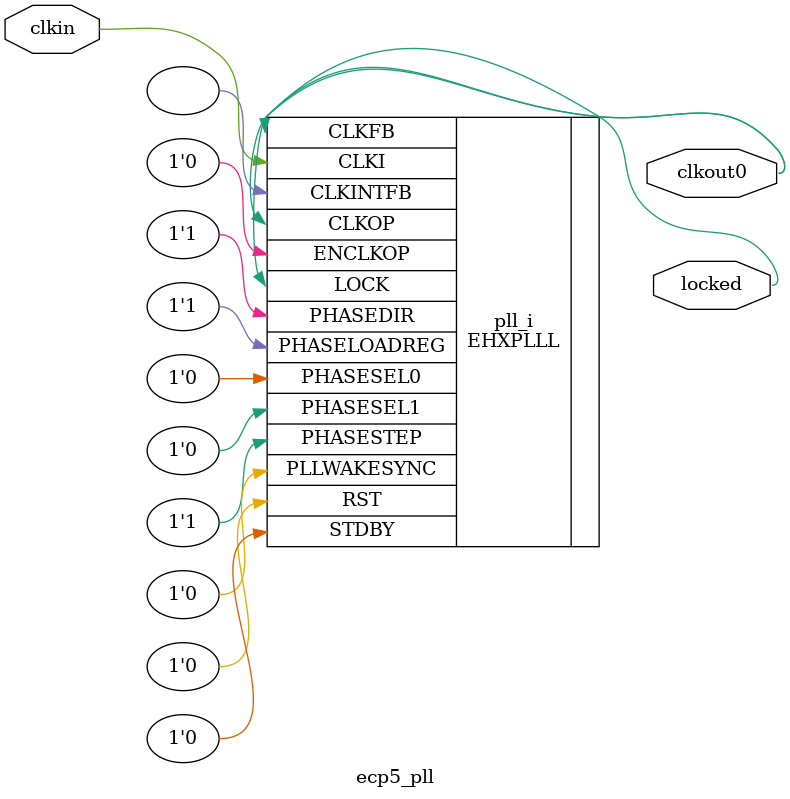
<source format=v>
module ecp5_pll
(
    input clkin, // 25 MHz, 0 deg
    output clkout0, // 30 MHz, 0 deg
    output locked
);
(* FREQUENCY_PIN_CLKI="25" *)
(* FREQUENCY_PIN_CLKOP="30" *)
(* ICP_CURRENT="12" *) (* LPF_RESISTOR="8" *) (* MFG_ENABLE_FILTEROPAMP="1" *) (* MFG_GMCREF_SEL="2" *)
EHXPLLL #(
        .PLLRST_ENA("DISABLED"),
        .INTFB_WAKE("DISABLED"),
        .STDBY_ENABLE("DISABLED"),
        .DPHASE_SOURCE("DISABLED"),
        .OUTDIVIDER_MUXA("DIVA"),
        .OUTDIVIDER_MUXB("DIVB"),
        .OUTDIVIDER_MUXC("DIVC"),
        .OUTDIVIDER_MUXD("DIVD"),
        .CLKI_DIV(5),
        .CLKOP_ENABLE("ENABLED"),
        .CLKOP_DIV(20),
        .CLKOP_CPHASE(9),
        .CLKOP_FPHASE(0),
        .FEEDBK_PATH("CLKOP"),
        .CLKFB_DIV(6)
    ) pll_i (
        .RST(1'b0),
        .STDBY(1'b0),
        .CLKI(clkin),
        .CLKOP(clkout0),
        .CLKFB(clkout0),
        .CLKINTFB(),
        .PHASESEL0(1'b0),
        .PHASESEL1(1'b0),
        .PHASEDIR(1'b1),
        .PHASESTEP(1'b1),
        .PHASELOADREG(1'b1),
        .PLLWAKESYNC(1'b0),
        .ENCLKOP(1'b0),
        .LOCK(locked)
	);
endmodule

</source>
